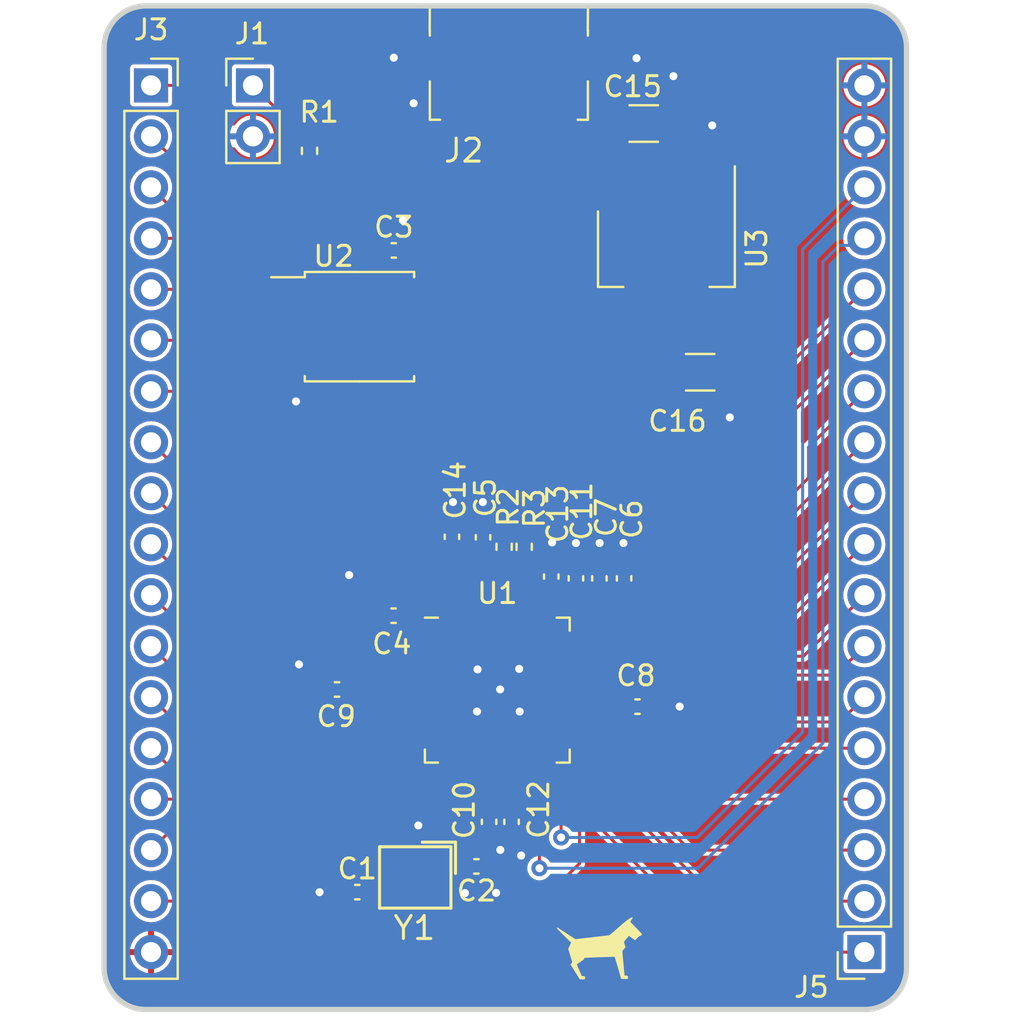
<source format=kicad_pcb>
(kicad_pcb (version 20221018) (generator pcbnew)
  (layers (0 "F.Cu" signal) (31 "B.Cu" signal) (34 "B.Paste" user) (35 "F.Paste" user) (36 "B.SilkS" user "B.Silkscreen") (37 "F.SilkS" user "F.Silkscreen") (38 "B.Mask" user) (39 "F.Mask" user) (44 "Edge.Cuts" user))
  (net 0 "")
  (net 1 "GND")
  (net 2 "Net-(U1-XIN)")
  (net 3 "Net-(U1-XOUT)")
  (net 4 "+3.3V")
  (net 5 "+1V1")
  (net 6 "VBUS")
  (net 7 "Net-(J1-Pin_1)")
  (net 8 "/USB_D-")
  (net 9 "/USB_D+")
  (net 11 "/GPIO_0")
  (net 12 "/GPIO_1")
  (net 13 "/GPIO_2")
  (net 14 "/GPIO_3")
  (net 15 "/GPIO_4")
  (net 16 "/GPIO_5")
  (net 17 "/GPIO_6")
  (net 18 "/GPIO_7")
  (net 19 "/GPIO_8")
  (net 20 "/GPIO_9")
  (net 21 "/GPIO_10")
  (net 22 "/GPIO_11")
  (net 23 "/GPIO_12")
  (net 24 "/GPIO_13")
  (net 25 "/GPIO_14")
  (net 26 "/GPIO_15")
  (net 27 "/RUN")
  (net 28 "/GPIO_16")
  (net 29 "/GPIO_17")
  (net 30 "/GPIO_18")
  (net 31 "/GPIO_19")
  (net 32 "/GPIO_20")
  (net 33 "/GPIO_21")
  (net 34 "/GPIO_22")
  (net 35 "/GPIO_23")
  (net 36 "/GPIO_24")
  (net 37 "/GPIO_25")
  (net 38 "/GPIO_26_ADC0")
  (net 39 "/GPIO_26_ADC1")
  (net 40 "/GPIO_26_ADC2")
  (net 41 "/GPIO_26_ADC3")
  (net 42 "/SWCLK")
  (net 43 "/SWD")
  (net 44 "/QSPI_SS")
  (net 45 "Net-(U1-USB_DP)")
  (net 46 "Net-(U1-USB_DM)")
  (net 47 "/QSPI_SD3")
  (net 48 "/QSPI_SCLK")
  (net 49 "/QSPI_SD0")
  (net 50 "/QSPI_SD2")
  (net 51 "/QSPI_SD1")
  (footprint "Capacitor_SMD:C_0402_1005Metric" (layer "F.Cu") (at 111.88 83.37)
    (fp_text reference "C1")
    (fp_text value "12pf")
  )
  (footprint "Capacitor_SMD:C_1206_3216Metric" (layer "F.Cu") (at 128.975 57.47)
    (fp_text reference "C16")
    (fp_text value "10uf")
  )
  (footprint "Resistor_SMD:R_0402_1005Metric" (layer "F.Cu") (at 119.2 66.165 -90)
    (fp_text reference "R2")
    (fp_text value "27r")
  )
  (footprint "Connector_PinSocket_2.54mm:PinSocket_1x18_P2.54mm_Vertical" (layer "F.Cu") (at 101.6 43.18)
    (fp_text reference "J3")
    (fp_text value "Conn_01x18_Socket")
  )
  (footprint "Capacitor_SMD:C_0402_1005Metric" (layer "F.Cu") (at 122.78 67.74 90)
    (fp_text reference "C11")
    (fp_text value "1uf")
  )
  (footprint "Resistor_SMD:R_0402_1005Metric" (layer "F.Cu") (at 109.5 46.44 -90)
    (fp_text reference "R1")
    (fp_text value "1k")
  )
  (footprint "Package_DFN_QFN:QFN-56-1EP_7x7mm_P0.4mm_EP3.2x3.2mm" (layer "F.Cu") (at 118.86 73.3075)
    (fp_text reference "U1")
    (fp_text value "RP2040")
  )
  (footprint "Connector_PinHeader_2.54mm:PinHeader_1x02_P2.54mm_Vertical" (layer "F.Cu") (at 106.68 43.18)
    (fp_text reference "J1")
    (fp_text value "Conn_01x02_Pin")
  )
  (footprint "Capacitor_SMD:C_0402_1005Metric" (layer "F.Cu") (at 121.55 67.65 90)
    (fp_text reference "C13")
    (fp_text value "1uf")
  )
  (footprint "Capacitor_SMD:C_0402_1005Metric" (layer "F.Cu") (at 125.85 74.13)
    (fp_text reference "C8")
    (fp_text value "100nf")
  )
  (footprint "Capacitor_SMD:C_0402_1005Metric" (layer "F.Cu") (at 117.82 82.09 180)
    (fp_text reference "C2")
    (fp_text value "12pf")
  )
  (footprint "Capacitor_SMD:C_0402_1005Metric" (layer "F.Cu") (at 116.6 65.67 90)
    (fp_text reference "C14")
    (fp_text value "100nf")
  )
  (footprint "Resistor_SMD:R_0402_1005Metric" (layer "F.Cu") (at 120.2 66.165 90)
    (fp_text reference "R3")
    (fp_text value "27r")
  )
  (footprint "Capacitor_SMD:C_0402_1005Metric" (layer "F.Cu") (at 113.7 51.4)
    (fp_text reference "C3")
    (fp_text value "100nf")
  )
  (footprint "Capacitor_SMD:C_0402_1005Metric" (layer "F.Cu") (at 118.15 65.695 90)
    (fp_text reference "C5")
    (fp_text value "100nf")
  )
  (footprint "cdog:Xstal_2520_4P_XYDBPCNANF-12MHZ" (layer "F.Cu") (at 114.77 82.64 180)
    (fp_text reference "Y1")
    (fp_text value "XYDBPCNANF-12MHZ" hide)
  )
  (footprint "Package_SO:SOIC-8_5.23x5.23mm_P1.27mm" (layer "F.Cu") (at 111.99 55.2)
    (fp_text reference "U2")
    (fp_text value "W25Q128JVS")
  )
  (footprint "Capacitor_SMD:C_0402_1005Metric" (layer "F.Cu") (at 113.69 69.6 180)
    (fp_text reference "C4")
    (fp_text value "100nf")
  )
  (footprint "Capacitor_SMD:C_0402_1005Metric" (layer "F.Cu") (at 125.18 67.74 90)
    (fp_text reference "C6")
    (fp_text value "100nf")
  )
  (footprint "Capacitor_SMD:C_0402_1005Metric" (layer "F.Cu") (at 110.87 73.275 180)
    (fp_text reference "C9")
    (fp_text value "100nf")
  )
  (footprint "cdog:Test_MICRO-USB-SMD_47346-0001" (layer "F.Cu") (at 119.455 43.17 180)
    (fp_text reference "J2")
    (fp_text value "USB_B_Micro" hide)
  )
  (footprint "Capacitor_SMD:C_1206_3216Metric" (layer "F.Cu") (at 126.16 45.08)
    (fp_text reference "C15")
    (fp_text value "10uf")
  )
  (footprint "Capacitor_SMD:C_0402_1005Metric" (layer "F.Cu") (at 118.45 79.87 -90)
    (fp_text reference "C10")
    (fp_text value "100nf")
  )
  (footprint "Connector_PinSocket_2.54mm:PinSocket_1x18_P2.54mm_Vertical" (layer "F.Cu") (at 137.16 86.36 180)
    (fp_text reference "J5")
    (fp_text value "Conn_01x18_Socket")
  )
  (footprint "Capacitor_SMD:C_0402_1005Metric" (layer "F.Cu") (at 123.95 67.74 90)
    (fp_text reference "C7")
    (fp_text value "100nf")
  )
  (footprint "Package_TO_SOT_SMD:SOT-223" (layer "F.Cu") (at 127.29 51.31 -90)
    (fp_text reference "U3")
    (fp_text value "NCP1117ST33T3G1")
  )
  (footprint "Capacitor_SMD:C_0402_1005Metric" (layer "F.Cu") (at 119.57 79.87 -90)
    (fp_text reference "C12")
    (fp_text value "100nf")
  )
  (gr_poly (pts (xy 125.58563 84.642033) (xy 125.585899 84.642689) (xy 125.585989 84.643587) (xy 125.585903 84.644721) (xy 125.585646 84.646085) (xy 125.585221 84.647672) (xy 125.58388 84.651493) (xy 125.581911 84.656131) (xy 125.579342 84.661538) (xy 125.576203 84.667662) (xy 125.572524 84.674453) (xy 125.568334 84.681861) (xy 125.563662 84.689835) (xy 125.558537 84.698325) (xy 125.552989 84.70728) (xy 125.547047 84.71665) (xy 125.540741 84.726385) (xy 125.5341 84.736434) (xy 125.527153 84.746746) (xy 125.458369 84.847859) (xy 125.758336 85.158566) (xy 125.874746 85.279863) (xy 125.969974 85.380478) (xy 126.034198 85.449931) (xy 126.051614 85.469696) (xy 126.057595 85.47774) (xy 126.05747 85.478254) (xy 126.057099 85.478892) (xy 126.056489 85.47965) (xy 126.055646 85.480525) (xy 126.053285 85.48261) (xy 126.050068 85.485117) (xy 126.046043 85.488015) (xy 126.041262 85.491276) (xy 126.035775 85.494868) (xy 126.029631 85.498761) (xy 126.015578 85.507334) (xy 125.999503 85.516753) (xy 125.981809 85.526779) (xy 125.962899 85.537171) (xy 125.949883 85.544342) (xy 125.93757 85.551382) (xy 125.925897 85.558343) (xy 125.914797 85.565278) (xy 125.904204 85.572238) (xy 125.894053 85.579278) (xy 125.884278 85.586448) (xy 125.874813 85.593803) (xy 125.865593 85.601394) (xy 125.856552 85.609275) (xy 125.847625 85.617497) (xy 125.838745 85.626113) (xy 125.829847 85.635176) (xy 125.820865 85.644739) (xy 125.811734 85.654854) (xy 125.802388 85.665574) (xy 125.788899 85.681133) (xy 125.776072 85.695641) (xy 125.764203 85.708782) (xy 125.753591 85.720238) (xy 125.744535 85.72969) (xy 125.737332 85.736821) (xy 125.73228 85.741314) (xy 125.730654 85.742472) (xy 125.729677 85.742851) (xy 125.728287 85.742282) (xy 125.725439 85.740614) (xy 125.715683 85.734206) (xy 125.701039 85.724078) (xy 125.682136 85.710682) (xy 125.659604 85.694469) (xy 125.63407 85.67589) (xy 125.576519 85.633444) (xy 125.54676 85.611581) (xy 125.518528 85.591323) (xy 125.492476 85.573104) (xy 125.469255 85.557358) (xy 125.449517 85.54452) (xy 125.433912 85.535023) (xy 125.423093 85.529301) (xy 125.419681 85.527992) (xy 125.41771 85.527789) (xy 125.415839 85.529141) (xy 125.412699 85.532022) (xy 125.408363 85.536355) (xy 125.402905 85.542061) (xy 125.388911 85.557279) (xy 125.371298 85.57705) (xy 125.350648 85.600749) (xy 125.327543 85.627749) (xy 125.302565 85.657424) (xy 125.276296 85.689149) (xy 125.146732 85.846937) (xy 125.188855 85.977552) (xy 125.230968 86.108175) (xy 125.151028 86.204474) (xy 125.071076 86.300819) (xy 125.123628 86.884132) (xy 125.162282 87.307179) (xy 125.18143 87.505182) (xy 125.186696 87.542973) (xy 125.259884 87.546004) (xy 125.275393 87.546698) (xy 125.289273 87.547687) (xy 125.301597 87.549044) (xy 125.31244 87.550836) (xy 125.317331 87.551918) (xy 125.321879 87.553136) (xy 125.326094 87.554497) (xy 125.329986 87.556011) (xy 125.333565 87.557687) (xy 125.336838 87.559533) (xy 125.339817 87.561557) (xy 125.34251 87.56377) (xy 125.344926 87.566179) (xy 125.347076 87.568794) (xy 125.348967 87.571622) (xy 125.35061 87.574673) (xy 125.352015 87.577956) (xy 125.353189 87.581479) (xy 125.354144 87.585251) (xy 125.354888 87.58928) (xy 125.35543 87.593576) (xy 125.35578 87.598147) (xy 125.35594 87.60815) (xy 125.355445 87.619358) (xy 125.354369 87.631841) (xy 125.349194 87.681704) (xy 125.199585 87.677164) (xy 125.049971 87.672625) (xy 124.891982 87.125069) (xy 124.829619 86.912096) (xy 124.776613 86.736976) (xy 124.738571 86.617833) (xy 124.726914 86.584916) (xy 124.7211 86.57279) (xy 124.50015 86.577521) (xy 124.017958 86.593299) (xy 123.516646 86.61169) (xy 123.238334 86.624262) (xy 123.218703 86.625955) (xy 123.210711 86.626817) (xy 123.203814 86.627776) (xy 123.19792 86.628897) (xy 123.192939 86.630245) (xy 123.190762 86.631025) (xy 123.18878 86.631885) (xy 123.18698 86.632835) (xy 123.185352 86.633882) (xy 123.183883 86.635035) (xy 123.182563 86.636301) (xy 123.181381 86.637689) (xy 123.180324 86.639207) (xy 123.179382 86.640862) (xy 123.178543 86.642664) (xy 123.177796 86.644619) (xy 123.177129 86.646737) (xy 123.175991 86.651493) (xy 123.175039 86.656994) (xy 123.173326 86.670497) (xy 123.172375 86.677532) (xy 123.171782 86.680841) (xy 123.171072 86.684043) (xy 123.170217 86.687164) (xy 123.169188 86.690228) (xy 123.167956 86.69326) (xy 123.166492 86.696286) (xy 123.164768 86.699329) (xy 123.162755 86.702414) (xy 123.160425 86.705567) (xy 123.157748 86.708812) (xy 123.154696 86.712174) (xy 123.151241 86.715677) (xy 123.147354 86.719347) (xy 123.143005 86.723209) (xy 123.138166 86.727286) (xy 123.13281 86.731605) (xy 123.126906 86.736189) (xy 123.120426 86.741064) (xy 123.113341 86.746254) (xy 123.105624 86.751784) (xy 123.088174 86.763964) (xy 123.067848 86.777801) (xy 123.044415 86.793496) (xy 122.98731 86.831247) (xy 122.857903 86.916848) (xy 122.817434 86.943919) (xy 122.801261 86.955087) (xy 122.801418 86.957212) (xy 122.802871 86.962347) (xy 122.809408 86.981023) (xy 122.820368 87.009872) (xy 122.835246 87.047648) (xy 122.874731 87.145003) (xy 122.923823 87.26313) (xy 123.051208 87.566605) (xy 123.108534 87.571145) (xy 123.144115 87.574266) (xy 123.158601 87.575843) (xy 123.171067 87.577559) (xy 123.181653 87.57951) (xy 123.190498 87.581793) (xy 123.19431 87.583089) (xy 123.197739 87.584504) (xy 123.200802 87.586049) (xy 123.203515 87.587737) (xy 123.205897 87.58958) (xy 123.207965 87.59159) (xy 123.209736 87.593779) (xy 123.211227 87.596159) (xy 123.212456 87.598741) (xy 123.21344 87.601539) (xy 123.214196 87.604563) (xy 123.214742 87.607826) (xy 123.215272 87.615117) (xy 123.215167 87.623508) (xy 123.214568 87.633094) (xy 123.213612 87.643973) (xy 123.208463 87.698375) (xy 123.096004 87.698344) (xy 122.983544 87.698303) (xy 122.757048 87.335648) (xy 122.757125 87.33511) (xy 122.530629 86.972453) (xy 122.577932 86.927065) (xy 122.625239 86.881647) (xy 122.520197 86.540448) (xy 122.415157 86.199213) (xy 122.488759 86.049349) (xy 122.517359 85.990458) (xy 122.54082 85.940886) (xy 122.556718 85.905841) (xy 122.561075 85.895396) (xy 122.562631 85.890537) (xy 122.560763 85.887769) (xy 122.555219 85.881394) (xy 122.533854 85.858583) (xy 122.500039 85.823628) (xy 122.455276 85.778053) (xy 122.338908 85.661141) (xy 122.196761 85.520038) (xy 122.055527 85.379363) (xy 121.941638 85.263634) (xy 121.866722 85.18483) (xy 121.847511 85.163018) (xy 121.843104 85.157165) (xy 121.842405 85.154931) (xy 121.843583 85.155038) (xy 121.845886 85.15591) (xy 121.853748 85.159869) (xy 121.881688 85.176114) (xy 121.924373 85.20245) (xy 121.979949 85.237658) (xy 122.122365 85.329819) (xy 122.294111 85.442854) (xy 122.466886 85.556099) (xy 122.612102 85.648941) (xy 122.714509 85.711794) (xy 122.744894 85.728979) (xy 122.754048 85.733486) (xy 122.758859 85.735071) (xy 123.597286 85.639588) (xy 124.45325 85.537313) (xy 124.457794 85.534873) (xy 124.466441 85.528798) (xy 124.495147 85.506493) (xy 124.537567 85.471897) (xy 124.591899 85.426511) (xy 124.656345 85.371835) (xy 124.729103 85.309368) (xy 124.808371 85.240612) (xy 124.892351 85.167067) (xy 125.104961 84.9815) (xy 125.185513 84.912763) (xy 125.252581 84.857056) (xy 125.308928 84.812126) (xy 125.357315 84.775721) (xy 125.400505 84.74559) (xy 125.441262 84.719482) (xy 125.468238 84.70313) (xy 125.493828 84.68803) (xy 125.517442 84.674502) (xy 125.538488 84.662866) (xy 125.556375 84.653441) (xy 125.570513 84.646546) (xy 125.580311 84.642501) (xy 125.583398 84.641648) (xy 125.585178 84.641626)) (stroke (width 0.0423)) (fill solid) (layer "F.SilkS"))
  (gr_poly (pts (xy 137.283876 39.222713) (xy 137.389677 39.230758) (xy 137.493939 39.244007) (xy 137.596532 39.262328) (xy 137.697325 39.285591) (xy 137.796187 39.313664) (xy 137.892987 39.346418) (xy 137.987595 39.38372) (xy 138.079879 39.425441) (xy 138.169708 39.471449) (xy 138.256952 39.521613) (xy 138.341479 39.575802) (xy 138.423159 39.633886) (xy 138.501861 39.695734) (xy 138.577453 39.761214) (xy 138.649806 39.830196) (xy 138.718788 39.902549) (xy 138.784268 39.978142) (xy 138.846116 40.056843) (xy 138.9042 40.138524) (xy 138.958389 40.223051) (xy 139.008553 40.310295) (xy 139.054561 40.400124) (xy 139.096281 40.492408) (xy 139.133584 40.587015) (xy 139.166338 40.683816) (xy 139.194411 40.782678) (xy 139.217674 40.883471) (xy 139.235995 40.986064) (xy 139.249244 41.090327) (xy 139.257289 41.196128) (xy 139.26 41.303336) (xy 139.26 87.136662) (xy 139.257289 87.243871) (xy 139.249244 87.349672) (xy 139.235995 87.453934) (xy 139.217674 87.556528) (xy 139.194411 87.657321) (xy 139.166338 87.756183) (xy 139.133584 87.852984) (xy 139.096281 87.947591) (xy 139.054561 88.039875) (xy 139.008553 88.129705) (xy 138.958389 88.216949) (xy 138.9042 88.301476) (xy 138.846116 88.383156) (xy 138.784268 88.461858) (xy 138.718788 88.537451) (xy 138.649806 88.609804) (xy 138.577453 88.678786) (xy 138.501861 88.744266) (xy 138.423159 88.806114) (xy 138.341479 88.864198) (xy 138.256952 88.918387) (xy 138.169708 88.968551) (xy 138.079879 89.014559) (xy 137.987595 89.05628) (xy 137.892987 89.093582) (xy 137.796187 89.126336) (xy 137.697325 89.154409) (xy 137.596532 89.177672) (xy 137.493939 89.195994) (xy 137.389677 89.209242) (xy 137.283876 89.217287) (xy 137.176668 89.219998) (xy 101.343334 89.219998) (xy 101.236126 89.217287) (xy 101.130325 89.209242) (xy 101.026062 89.195994) (xy 100.923469 89.177672) (xy 100.822676 89.154409) (xy 100.723814 89.126336) (xy 100.627013 89.093582) (xy 100.532406 89.05628) (xy 100.440122 89.014559) (xy 100.350293 88.968551) (xy 100.263049 88.918387) (xy 100.178522 88.864198) (xy 100.096842 88.806114) (xy 100.01814 88.744266) (xy 99.942547 88.678786) (xy 99.870194 88.609804) (xy 99.801212 88.537451) (xy 99.735732 88.461858) (xy 99.673884 88.383156) (xy 99.6158 88.301476) (xy 99.561611 88.216949) (xy 99.511447 88.129705) (xy 99.465439 88.039875) (xy 99.423719 87.947591) (xy 99.386416 87.852984) (xy 99.353662 87.756183) (xy 99.325589 87.657321) (xy 99.302326 87.556528) (xy 99.284005 87.453934) (xy 99.270756 87.349672) (xy 99.262711 87.243871) (xy 99.26 87.136662) (xy 99.26 41.303336) (xy 99.262711 41.196128) (xy 99.270756 41.090327) (xy 99.284005 40.986064) (xy 99.302326 40.883471) (xy 99.325589 40.782678) (xy 99.353662 40.683816) (xy 99.386416 40.587015) (xy 99.423719 40.492408) (xy 99.465439 40.400124) (xy 99.511447 40.310295) (xy 99.561611 40.223051) (xy 99.6158 40.138524) (xy 99.673884 40.056843) (xy 99.735732 39.978142) (xy 99.801212 39.902549) (xy 99.870194 39.830196) (xy 99.942547 39.761214) (xy 100.01814 39.695734) (xy 100.096842 39.633886) (xy 100.178522 39.575802) (xy 100.263049 39.521613) (xy 100.350293 39.471449) (xy 100.440122 39.425441) (xy 100.532406 39.38372) (xy 100.627013 39.346418) (xy 100.723814 39.313664) (xy 100.822676 39.285591) (xy 100.923469 39.262328) (xy 101.026062 39.244007) (xy 101.130325 39.230758) (xy 101.236126 39.222713) (xy 101.343334 39.220002) (xy 137.176668 39.220002)) (stroke (width 0.264999)) (fill none) (layer "Edge.Cuts"))
  (segment (start 113.87 81.89) (end 113.82 81.89) (width 0.15) (layer "F.Cu") (net 1))
  (segment (start 113.21 69.6) (end 111.475 67.865) (width 0.3) (layer "F.Cu") (net 1))
  (segment (start 116.975 44.14) (end 114.76 44.14) (width 0.3) (layer "F.Cu") (net 1))
  (segment (start 116.975 42.369) (end 116.446 41.84) (width 0.3) (layer "F.Cu") (net 1))
  (segment (start 111.475 67.865) (end 111.475 67.575) (width 0.3) (layer "F.Cu") (net 1))
  (segment (start 118.36 82.97) (end 118.8 83.41) (width 0.3) (layer "F.Cu") (net 1))
  (segment (start 116.446 41.84) (end 113.74 41.84) (width 0.3) (layer "F.Cu") (net 1))
  (segment (start 119.57 81.07) (end 120.05 81.55) (width 0.3) (layer "F.Cu") (net 1))
  (segment (start 125.785 41.84) (end 125.8 41.825) (width 0.3) (layer "F.Cu") (net 1))
  (segment (start 127.635 45.08) (end 127.635 42.725) (width 0.3) (layer "F.Cu") (net 1))
  (segment (start 119.01 81.27) (end 118.45 80.71) (width 0.3) (layer "F.Cu") (net 1))
  (segment (start 116.6 64.75) (end 116.6 64.1) (width 0.25) (layer "F.Cu") (net 1))
  (segment (start 121.9 44.14) (end 121.9 42.404) (width 0.3) (layer "F.Cu") (net 1))
  (segment (start 122.464 41.84) (end 125.785 41.84) (width 0.3) (layer "F.Cu") (net 1))
  (segment (start 118.15 65.215) (end 118.15 64.55) (width 0.3) (layer "F.Cu") (net 1))
  (segment (start 129.59 48.16) (end 129.59 45.19) (width 0.3) (layer "F.Cu") (net 1))
  (segment (start 111.58 83.38) (end 110.005 83.38) (width 0.3) (layer "F.Cu") (net 1))
  (segment (start 118.137 44.5) (end 117.335 44.5) (width 0.3) (layer "F.Cu") (net 1))
  (segment (start 107.88 57.14) (end 107.88 57.98) (width 0.3) (layer "F.Cu") (net 1))
  (segment (start 120.277 41.84) (end 122.464 41.84) (width 0.3) (layer "F.Cu") (net 1))
  (segment (start 110.39 73.275) (end 110.225 73.275) (width 0.3) (layer "F.Cu") (net 1))
  (segment (start 121.9 42.404) (end 122.464 41.84) (width 0.3) (layer "F.Cu") (net 1))
  (segment (start 119.57 80.35) (end 119.57 81.07) (width 0.3) (layer "F.Cu") (net 1))
  (segment (start 127.635 42.725) (end 127.64 42.72) (width 0.3) (layer "F.Cu") (net 1))
  (segment (start 125.18 67.26) (end 125.18 66.01) (width 0.3) (layer "F.Cu") (net 1))
  (segment (start 122.78 67.26) (end 122.78 65.98) (width 0.3) (layer "F.Cu") (net 1))
  (segment (start 118.597 41.84) (end 120.277 41.84) (width 0.3) (layer "F.Cu") (net 1))
  (segment (start 129.59 45.19) (end 129.575 45.175) (width 0.3) (layer "F.Cu") (net 1))
  (segment (start 125.18 66.01) (end 125.15 65.98) (width 0.15) (layer "F.Cu") (net 1))
  (segment (start 117.86 76.745) (end 117.86 77.694922) (width 0.15) (layer "F.Cu") (net 1))
  (segment (start 110.225 73.275) (end 108.975 72.025) (width 0.3) (layer "F.Cu") (net 1))
  (segment (start 116.975 44.14) (end 116.975 42.369) (width 0.3) (layer "F.Cu") (net 1))
  (segment (start 117.335 44.5) (end 116.975 44.14) (width 0.3) (layer "F.Cu") (net 1))
  (segment (start 130.45 57.47) (end 130.45 59.72) (width 0.3) (layer "F.Cu") (net 1))
  (segment (start 123.95 65.99) (end 123.96 65.98) (width 0.15) (layer "F.Cu") (net 1))
  (segment (start 116.446 41.84) (end 118.597 41.84) (width 0.3) (layer "F.Cu") (net 1))
  (segment (start 118.15 63.83) (end 118.05 63.73) (width 0.25) (layer "F.Cu") (net 1))
  (segment (start 118.36 82.1) (end 118.36 82.97) (width 0.3) (layer "F.Cu") (net 1))
  (segment (start 110.005 83.38) (end 110 83.375) (width 0.3) (layer "F.Cu") (net 1))
  (segment (start 116.6 65.19) (end 116.6 64.75) (width 0.3) (layer "F.Cu") (net 1))
  (segment (start 117.22 83.39) (end 117.25 83.42) (width 0.15) (layer "F.Cu") (net 1))
  (segment (start 121.55 67.11) (end 121.55 66.23) (width 0.3) (layer "F.Cu") (net 1))
  (segment (start 118.15 64.55) (end 118.15 63.83) (width 0.25) (layer "F.Cu") (net 1))
  (segment (start 115.72 83.39) (end 115.37 83.39) (width 0.15) (layer "F.Cu") (net 1))
  (segment (start 113.74 41.84) (end 113.7 41.8) (width 0.3) (layer "F.Cu") (net 1))
  (segment (start 121.55 66.29) (end 121.58 66.26) (width 0.15) (layer "F.Cu") (net 1))
  (segment (start 115.37 83.39) (end 113.87 81.89) (width 0.15) (layer "F.Cu") (net 1))
  (segment (start 115.504922 80.05) (end 114.925 80.05) (width 0.15) (layer "F.Cu") (net 1))
  (segment (start 114.76 44.14) (end 114.69 44.07) (width 0.3) (layer "F.Cu") (net 1))
  (segment (start 117.86 77.694922) (end 115.504922 80.05) (width 0.15) (layer "F.Cu") (net 1))
  (segment (start 118.45 80.71) (end 118.45 80.35) (width 0.3) (layer "F.Cu") (net 1))
  (segment (start 126.33 74.13) (end 127.945 74.13) (width 0.3) (layer "F.Cu") (net 1))
  (segment (start 115.72 83.39) (end 117.22 83.39) (width 0.3) (layer "F.Cu") (net 1))
  (segment (start 114.18 51.4) (end 114.18 49.93) (width 0.3) (layer "F.Cu") (net 1))
  (segment (start 127.945 74.13) (end 127.95 74.125) (width 0.3) (layer "F.Cu") (net 1))
  (segment (start 114.18 49.93) (end 114.15 49.9) (width 0.3) (layer "F.Cu") (net 1))
  (segment (start 123.95 67.26) (end 123.95 65.99) (width 0.3) (layer "F.Cu") (net 1))
  (segment (start 107.88 57.98) (end 108.825 58.925) (width 0.3) (layer "F.Cu") (net 1))
  (via (at 118.8 83.41) (size 0.8) (drill 0.4) (layers "F.Cu" "B.Cu") (net 1))
  (via (at 120.05 81.55) (size 0.8) (drill 0.4) (layers "F.Cu" "B.Cu") (net 1))
  (via (at 125.15 65.98) (size 0.8) (drill 0.4) (layers "F.Cu" "B.Cu") (net 1))
  (via (at 117.875 72.275) (size 0.8) (drill 0.4) (layers "F.Cu" "B.Cu") (net 1))
  (via (at 108.975 72.025) (size 0.8) (drill 0.4) (layers "F.Cu" "B.Cu") (net 1))
  (via (at 119.01 81.27) (size 0.8) (drill 0.4) (layers "F.Cu" "B.Cu") (net 1))
  (via (at 114.15 49.9) (size 0.8) (drill 0.4) (layers "F.Cu" "B.Cu") (net 1))
  (via (at 116.65 63.94) (size 0.8) (drill 0.4) (layers "F.Cu" "B.Cu") (net 1))
  (via (at 127.64 42.72) (size 0.8) (drill 0.4) (layers "F.Cu" "B.Cu") (net 1))
  (via (at 114.925 80.05) (size 0.8) (drill 0.4) (layers "F.Cu" "B.Cu") (net 1))
  (via (at 122.78 65.98) (size 0.8) (drill 0.4) (layers "F.Cu" "B.Cu") (net 1))
  (via (at 127.95 74.125) (size 0.8) (drill 0.4) (layers "F.Cu" "B.Cu") (net 1))
  (via (at 117.85 74.375) (size 0.8) (drill 0.4) (layers "F.Cu" "B.Cu") (net 1))
  (via (at 119.975 74.375) (size 0.8) (drill 0.4) (layers "F.Cu" "B.Cu") (net 1))
  (via (at 119.95 72.25) (size 0.8) (drill 0.4) (layers "F.Cu" "B.Cu") (net 1))
  (via (at 118.14 63.94) (size 0.8) (drill 0.4) (layers "F.Cu" "B.Cu") (net 1))
  (via (at 110 83.375) (size 0.8) (drill 0.4) (layers "F.Cu" "B.Cu") (net 1))
  (via (at 130.45 59.72) (size 0.8) (drill 0.4) (layers "F.Cu" "B.Cu") (net 1))
  (via (at 119 73.275) (size 0.8) (drill 0.4) (layers "F.Cu" "B.Cu") (net 1))
  (via (at 111.475 67.575) (size 0.8) (drill 0.4) (layers "F.Cu" "B.Cu") (net 1))
  (via (at 129.575 45.175) (size 0.8) (drill 0.4) (layers "F.Cu" "B.Cu") (net 1))
  (via (at 108.825 58.925) (size 0.8) (drill 0.4) (layers "F.Cu" "B.Cu") (net 1))
  (via (at 123.96 65.98) (size 0.8) (drill 0.4) (layers "F.Cu" "B.Cu") (net 1))
  (via (at 117.25 83.42) (size 0.8) (drill 0.4) (layers "F.Cu" "B.Cu") (net 1))
  (via (at 121.59 65.95) (size 0.8) (drill 0.4) (layers "F.Cu" "B.Cu") (net 1))
  (via (at 125.8 41.825) (size 0.8) (drill 0.4) (layers "F.Cu" "B.Cu") (net 1))
  (via (at 114.69 44.07) (size 0.8) (drill 0.4) (layers "F.Cu" "B.Cu") (net 1))
  (via (at 113.7 41.8) (size 0.8) (drill 0.4) (layers "F.Cu" "B.Cu") (net 1))
  (segment (start 116.79 79.415025) (end 116.784975 79.415025) (width 0.15) (layer "F.Cu") (net 2))
  (segment (start 112.775 80.725) (end 112.36 81.14) (width 0.15) (layer "F.Cu") (net 2))
  (segment (start 112.36 81.14) (end 112.36 83.37) (width 0.15) (layer "F.Cu") (net 2))
  (segment (start 118.26 76.745) (end 118.26 77.945025) (width 0.15) (layer "F.Cu") (net 2))
  (segment (start 118.26 77.945025) (end 116.79 79.415025) (width 0.15) (layer "F.Cu") (net 2))
  (segment (start 115.475 80.725) (end 112.775 80.725) (width 0.15) (layer "F.Cu") (net 2))
  (segment (start 116.784975 79.415025) (end 115.475 80.725) (width 0.15) (layer "F.Cu") (net 2))
  (segment (start 112.38 83.39) (end 112.36 83.37) (width 0.15) (layer "F.Cu") (net 2))
  (segment (start 113.82 83.39) (end 112.38 83.39) (width 0.15) (layer "F.Cu") (net 2))
  (segment (start 117.19 81.89) (end 115.72 81.89) (width 0.15) (layer "F.Cu") (net 3))
  (segment (start 117.49 79.21) (end 117.49 82.01) (width 0.15) (layer "F.Cu") (net 3))
  (segment (start 115.8 81.81) (end 115.72 81.89) (width 0.15) (layer "F.Cu") (net 3))
  (segment (start 118.66 78.04) (end 117.49 79.21) (width 0.15) (layer "F.Cu") (net 3))
  (segment (start 117.4 82.1) (end 117.19 81.89) (width 0.15) (layer "F.Cu") (net 3))
  (segment (start 118.66 76.745) (end 118.66 78.04) (width 0.15) (layer "F.Cu") (net 3))
  (segment (start 117.49 82.01) (end 117.4 82.1) (width 0.15) (layer "F.Cu") (net 3))
  (segment (start 115.4225 74.3075) (end 112.3825 74.3075) (width 0.15) (layer "F.Cu") (net 4))
  (segment (start 119.06 76.247881) (end 118.762119 75.95) (width 0.15) (layer "F.Cu") (net 4))
  (segment (start 118.762119 75.95) (end 118.65 75.95) (width 0.15) (layer "F.Cu") (net 4))
  (segment (start 112.3825 74.3075) (end 111.35 73.275) (width 0.15) (layer "F.Cu") (net 4))
  (segment (start 119.06 76.745) (end 119.06 76.247881) (width 0.15) (layer "F.Cu") (net 4))
  (segment (start 119.46 79.28) (end 119.57 79.39) (width 0.15) (layer "F.Cu") (net 5))
  (segment (start 120.66 69.87) (end 120.66 70.815) (width 0.15) (layer "F.Cu") (net 5))
  (segment (start 119.46 76.745) (end 119.46 75.915) (width 0.15) (layer "F.Cu") (net 5))
  (segment (start 121.54 68.442881) (end 121.54 68.14) (width 0.15) (layer "F.Cu") (net 5))
  (segment (start 118.66 68.71) (end 116.6 66.65) (width 0.15) (layer "F.Cu") (net 5))
  (segment (start 119.46 76.745) (end 119.46 79.28) (width 0.15) (layer "F.Cu") (net 5))
  (segment (start 118.66 69.87) (end 118.66 70.685) (width 0.15) (layer "F.Cu") (net 5))
  (segment (start 121.54 68.442881) (end 120.635 69.347881) (width 0.15) (layer "F.Cu") (net 5))
  (segment (start 116.6 66.65) (end 116.6 66.15) (width 0.15) (layer "F.Cu") (net 5))
  (segment (start 119.46 75.915) (end 119.725 75.65) (width 0.15) (layer "F.Cu") (net 5))
  (segment (start 118.66 69.87) (end 118.66 68.71) (width 0.15) (layer "F.Cu") (net 5))
  (segment (start 120.66 70.815) (end 120.475 71) (width 0.15) (layer "F.Cu") (net 5))
  (segment (start 120.635 69.347881) (end 120.635 69.775) (width 0.15) (layer "F.Cu") (net 5))
  (segment (start 121.54 68.14) (end 121.55 68.13) (width 0.15) (layer "F.Cu") (net 5))
  (segment (start 118.66 70.685) (end 118.95 70.975) (width 0.15) (layer "F.Cu") (net 5))
  (segment (start 121.86 46.39934) (end 121.86 46.61) (width 0.3) (layer "F.Cu") (net 6))
  (segment (start 124.685 45.08) (end 124.685 45.315) (width 0.25) (layer "F.Cu") (net 6))
  (segment (start 120.737 45.27634) (end 121.86 46.39934) (width 0.3) (layer "F.Cu") (net 6))
  (segment (start 120.737 44.5) (end 120.737 45.27634) (width 0.3) (layer "F.Cu") (net 6))
  (segment (start 124.685 45.315) (end 123.5 46.5) (width 0.8) (layer "F.Cu") (net 6))
  (segment (start 109.5 45.93) (end 109.43 45.93) (width 0.15) (layer "F.Cu") (net 7))
  (segment (start 109.43 45.93) (end 106.68 43.18) (width 0.15) (layer "F.Cu") (net 7))
  (segment (start 120.012 44.51) (end 120.012 45.532) (width 0.4) (layer "F.Cu") (net 8))
  (segment (start 120.2 65.655) (end 120.2 46.025) (width 0.8) (layer "F.Cu") (net 8))
  (segment (start 120.012 45.532) (end 120.2 45.72) (width 0.4) (layer "F.Cu") (net 8))
  (segment (start 120.2 46.025) (end 120.275 45.95) (width 0.8) (layer "F.Cu") (net 8))
  (segment (start 119.2 65.655) (end 119.25 65.605) (width 0.8) (layer "F.Cu") (net 9))
  (segment (start 119.25 65.605) (end 119.25 45.95) (width 0.8) (layer "F.Cu") (net 9))
  (segment (start 119.362 45.628) (end 119.362 44.509) (width 0.4) (layer "F.Cu") (net 9))
  (segment (start 119.17 45.82) (end 119.362 45.628) (width 0.4) (layer "F.Cu") (net 9))
  (segment (start 115.26 71.1325) (end 113.845601 71.1325) (width 0.15) (layer "F.Cu") (net 11))
  (segment (start 113.845601 71.1325) (end 105.861551 63.148449) (width 0.15) (layer "F.Cu") (net 11))
  (segment (start 105.36 52.91) (end 105.358034 52.62) (width 0.15) (layer "F.Cu") (net 11))
  (segment (start 105.358034 52.62) (end 105.358034 62.644932) (width 0.15) (layer "F.Cu") (net 11))
  (segment (start 103.82 43.18) (end 101.6 43.18) (width 0.15) (layer "F.Cu") (net 11))
  (segment (start 105.861551 63.148449) (end 105.74405 63.030949) (width 0.15) (layer "F.Cu") (net 11))
  (segment (start 105.358034 62.644932) (end 105.861551 63.148449) (width 0.15) (layer "F.Cu") (net 11))
  (segment (start 105.34 49.96) (end 105.34 44.7) (width 0.15) (layer "F.Cu") (net 11))
  (segment (start 105.358034 52.62) (end 105.34 49.96) (width 0.15) (layer "F.Cu") (net 11))
  (segment (start 105.34 44.7) (end 103.82 43.18) (width 0.15) (layer "F.Cu") (net 11))
  (segment (start 113.700627 71.4825) (end 115.404975 71.4825) (width 0.15) (layer "F.Cu") (net 12))
  (segment (start 104.99 62.771873) (end 113.700627 71.4825) (width 0.15) (layer "F.Cu") (net 12))
  (segment (start 101.6 45.72) (end 104.99 49.11) (width 0.15) (layer "F.Cu") (net 12))
  (segment (start 104.99 49.11) (end 104.99 62.771873) (width 0.15) (layer "F.Cu") (net 12))
  (segment (start 104.64 51.3) (end 104.64 63) (width 0.15) (layer "F.Cu") (net 13))
  (segment (start 104.64 63) (end 113.5475 71.9075) (width 0.15) (layer "F.Cu") (net 13))
  (segment (start 113.5475 71.9075) (end 115.4225 71.9075) (width 0.15) (layer "F.Cu") (net 13))
  (segment (start 101.6 48.26) (end 104.64 51.3) (width 0.15) (layer "F.Cu") (net 13))
  (segment (start 101.6 50.8) (end 103.46 50.8) (width 0.15) (layer "F.Cu") (net 14))
  (segment (start 104.29 51.63) (end 104.29 63.144974) (width 0.15) (layer "F.Cu") (net 14))
  (segment (start 113.452526 72.3075) (end 115.4225 72.3075) (width 0.15) (layer "F.Cu") (net 14))
  (segment (start 104.29 63.144974) (end 113.452526 72.3075) (width 0.15) (layer "F.Cu") (net 14))
  (segment (start 103.46 50.8) (end 104.29 51.63) (width 0.15) (layer "F.Cu") (net 14))
  (segment (start 103.52 53.34) (end 103.94 53.76) (width 0.15) (layer "F.Cu") (net 15))
  (segment (start 113.382552 72.7325) (end 115.19 72.7325) (width 0.15) (layer "F.Cu") (net 15))
  (segment (start 103.94 63.289948) (end 113.382552 72.7325) (width 0.15) (layer "F.Cu") (net 15))
  (segment (start 103.94 53.76) (end 103.94 63.289948) (width 0.15) (layer "F.Cu") (net 15))
  (segment (start 101.6 53.34) (end 103.52 53.34) (width 0.15) (layer "F.Cu") (net 15))
  (segment (start 103.08 55.88) (end 103.54 56.34) (width 0.15) (layer "F.Cu") (net 16))
  (segment (start 113.262578 73.1075) (end 115.4225 73.1075) (width 0.15) (layer "F.Cu") (net 16))
  (segment (start 101.6 55.88) (end 103.08 55.88) (width 0.15) (layer "F.Cu") (net 16))
  (segment (start 103.54 63.384922) (end 113.262578 73.1075) (width 0.15) (layer "F.Cu") (net 16))
  (segment (start 103.54 56.34) (end 103.54 63.384922) (width 0.15) (layer "F.Cu") (net 16))
  (segment (start 103.19 58.78) (end 103.19 63.59) (width 0.15) (layer "F.Cu") (net 17))
  (segment (start 102.83 58.42) (end 103.19 58.78) (width 0.15) (layer "F.Cu") (net 17))
  (segment (start 107.49 67.89) (end 107.550103 67.89) (width 0.15) (layer "F.Cu") (net 17))
  (segment (start 103.19 63.59) (end 107.49 67.89) (width 0.15) (layer "F.Cu") (net 17))
  (segment (start 113.167603 73.5075) (end 115.4225 73.5075) (width 0.15) (layer "F.Cu") (net 17))
  (segment (start 107.550103 67.89) (end 113.167603 73.5075) (width 0.15) (layer "F.Cu") (net 17))
  (segment (start 101.6 58.42) (end 102.83 58.42) (width 0.15) (layer "F.Cu") (net 17))
  (segment (start 101.6 60.96) (end 102.84 62.2) (width 0.15) (layer "F.Cu") (net 18))
  (segment (start 102.84 62.2) (end 102.84 63.734974) (width 0.15) (layer "F.Cu") (net 18))
  (segment (start 113.012526 73.9075) (end 115.4225 73.9075) (width 0.15) (layer "F.Cu") (net 18))
  (segment (start 102.84 63.734974) (end 113.012526 73.9075) (width 0.15) (layer "F.Cu") (net 18))
  (segment (start 109.3825 74.7075) (end 104.575 69.9) (width 0.15) (layer "F.Cu") (net 19))
  (segment (start 115.4225 74.7075) (end 109.3825 74.7075) (width 0.15) (layer "F.Cu") (net 19))
  (segment (start 104.575 66.475) (end 101.6 63.5) (width 0.15) (layer "F.Cu") (net 19))
  (segment (start 104.575 69.9) (end 104.575 66.475) (width 0.15) (layer "F.Cu") (net 19))
  (segment (start 108.9575 75.1075) (end 103.825 69.975) (width 0.15) (layer "F.Cu") (net 20))
  (segment (start 115.4225 75.1075) (end 108.9575 75.1075) (width 0.15) (layer "F.Cu") (net 20))
  (segment (start 103.825 68.265) (end 101.6 66.04) (width 0.15) (layer "F.Cu") (net 20))
  (segment (start 103.825 69.975) (end 103.825 68.265) (width 0.15) (layer "F.Cu") (net 20))
  (segment (start 108.5525 75.5325) (end 115.6025 75.5325) (width 0.15) (layer "F.Cu") (net 21))
  (segment (start 101.6 68.58) (end 108.5525 75.5325) (width 0.15) (layer "F.Cu") (net 21))
  (segment (start 101.6 71.12) (end 106.3875 75.9075) (width 0.15) (layer "F.Cu") (net 22))
  (segment (start 106.3875 75.9075) (end 115.4225 75.9075) (width 0.15) (layer "F.Cu") (net 22))
  (segment (start 104.63 76.69) (end 116.285 76.69) (width 0.15) (layer "F.Cu") (net 23))
  (segment (start 101.6 73.66) (end 104.63 76.69) (width 0.15) (layer "F.Cu") (net 23))
  (segment (start 102.95 77.55) (end 116.52 77.55) (width 0.15) (layer "F.Cu") (net 24))
  (segment (start 101.6 76.2) (end 102.95 77.55) (width 0.15) (layer "F.Cu") (net 24))
  (segment (start 116.66 77.41) (end 116.66 76.745) (width 0.15) (layer "F.Cu") (net 24))
  (segment (start 116.52 77.55) (end 116.66 77.41) (width 0.15) (layer "F.Cu") (net 24))
  (segment (start 115.824974 78.74) (end 101.6 78.74) (width 0.15) (layer "F.Cu") (net 25))
  (segment (start 117.06 76.745) (end 117.06 77.504974) (width 0.15) (layer "F.Cu") (net 25))
  (segment (start 117.06 77.504974) (end 115.824974 78.74) (width 0.15) (layer "F.Cu") (net 25))
  (segment (start 115.969948 79.09) (end 117.485 77.574948) (width 0.15) (layer "F.Cu") (net 26))
  (segment (start 101.6 81.28) (end 103.79 79.09) (width 0.15) (layer "F.Cu") (net 26))
  (segment (start 103.79 79.09) (end 115.969948 79.09) (width 0.15) (layer "F.Cu") (net 26))
  (segment (start 117.485 77.574948) (end 117.485 76.64) (width 0.15) (layer "F.Cu") (net 26))
  (segment (start 102.04 84.26) (end 101.6 83.82) (width 0.15) (layer "F.Cu") (net 27))
  (segment (start 120.66 77.37) (end 122.96 79.67) (width 0.15) (layer "F.Cu") (net 27))
  (segment (start 120.42 84.48) (end 103.51 84.48) (width 0.15) (layer "F.Cu") (net 27))
  (segment (start 120.66 76.745) (end 120.66 77.37) (width 0.15) (layer "F.Cu") (net 27))
  (segment (start 103.51 84.48) (end 102.85 83.82) (width 0.15) (layer "F.Cu") (net 27))
  (segment (start 122.96 79.67) (end 122.96 81.94) (width 0.15) (layer "F.Cu") (net 27))
  (segment (start 122.96 81.94) (end 120.42 84.48) (width 0.15) (layer "F.Cu") (net 27))
  (segment (start 102.85 83.82) (end 101.6 83.82) (width 0.15) (layer "F.Cu") (net 27))
  (segment (start 121.06 77.242119) (end 130.177881 86.36) (width 0.15) (layer "F.Cu") (net 28))
  (segment (start 130.177881 86.36) (end 137.16 86.36) (width 0.15) (layer "F.Cu") (net 28))
  (segment (start 121.06 76.745) (end 121.06 77.242119) (width 0.15) (layer "F.Cu") (net 28))
  (segment (start 122.825 76.745) (end 129.9 83.82) (width 0.15) (layer "F.Cu") (net 29))
  (segment (start 121.46 76.745) (end 122.825 76.745) (width 0.15) (layer "F.Cu") (net 29))
  (segment (start 129.9 83.82) (end 137.16 83.82) (width 0.15) (layer "F.Cu") (net 29))
  (segment (start 128.46 81.28) (end 123.0875 75.9075) (width 0.15) (layer "F.Cu") (net 30))
  (segment (start 137.16 81.28) (end 128.46 81.28) (width 0.15) (layer "F.Cu") (net 30))
  (segment (start 123.0875 75.9075) (end 122.2975 75.9075) (width 0.15) (layer "F.Cu") (net 30))
  (segment (start 123.3675 75.5075) (end 126.6 78.74) (width 0.15) (layer "F.Cu") (net 31))
  (segment (start 126.6 78.74) (end 137.16 78.74) (width 0.15) (layer "F.Cu") (net 31))
  (segment (start 122.2975 75.5075) (end 123.3675 75.5075) (width 0.15) (layer "F.Cu") (net 31))
  (segment (start 137.16 76.2) (end 125.01 76.2) (width 0.15) (layer "F.Cu") (net 32))
  (segment (start 125.01 76.2) (end 123.8925 75.0825) (width 0.15) (layer "F.Cu") (net 32))
  (segment (start 123.8925 75.0825) (end 122.3225 75.0825) (width 0.15) (layer "F.Cu") (net 32))
  (segment (start 122.3225 75.0825) (end 122.2975 75.1075) (width 0.15) (layer "F.Cu") (net 32))
  (segment (start 122.2975 74.7075) (end 124.880601 74.7075) (width 0.15) (layer "F.Cu") (net 33))
  (segment (start 125.068101 74.895) (end 135.925 74.895) (width 0.15) (layer "F.Cu") (net 33))
  (segment (start 135.925 74.895) (end 137.16 73.66) (width 0.15) (layer "F.Cu") (net 33))
  (segment (start 124.880601 74.7075) (end 125.068101 74.895) (width 0.15) (layer "F.Cu") (net 33))
  (segment (start 135.72 72.56) (end 137.16 71.12) (width 0.15) (layer "F.Cu") (net 34))
  (segment (start 124.4025 73.9075) (end 125.75 72.56) (width 0.15) (layer "F.Cu") (net 34))
  (segment (start 122.2975 73.9075) (end 124.4025 73.9075) (width 0.15) (layer "F.Cu") (net 34))
  (segment (start 125.75 72.56) (end 135.72 72.56) (width 0.15) (layer "F.Cu") (net 34))
  (segment (start 124.0925 73.5075) (end 122.2975 73.5075) (width 0.15) (layer "F.Cu") (net 35))
  (segment (start 125.98 71.62) (end 124.0925 73.5075) (width 0.15) (layer "F.Cu") (net 35))
  (segment (start 137.16 68.58) (end 134.12 71.62) (width 0.15) (layer "F.Cu") (net 35))
  (segment (start 134.12 71.62) (end 125.98 71.62) (width 0.15) (layer "F.Cu") (net 35))
  (segment (start 123.795 73.1325) (end 122.16 73.1325) (width 0.15) (layer "F.Cu") (net 36))
  (segment (start 128.07 71.27) (end 125.7075 71.27) (width 0.15) (layer "F.Cu") (net 36))
  (segment (start 125.7075 71.27) (end 123.82 73.1575) (width 0.15) (layer "F.Cu") (net 36))
  (segment (start 137.16 66.04) (end 131.93 71.27) (width 0.15) (layer "F.Cu") (net 36))
  (segment (start 123.82 73.1575) (end 123.795 73.1325) (width 0.15) (layer "F.Cu") (net 36))
  (segment (start 131.93 71.27) (end 128.07 71.27) (width 0.15) (layer "F.Cu") (net 36))
  (segment (start 137.16 63.5) (end 129.77 70.89) (width 0.15) (layer "F.Cu") (net 37))
  (segment (start 125.59 70.89) (end 123.75 72.73) (width 0.15) (layer "F.Cu") (net 37))
  (segment (start 129.77 70.89) (end 128.88 70.89) (width 0.15) (layer "F.Cu") (net 37))
  (segment (start 123.75 72.73) (end 123.7475 72.7325) (width 0.15) (layer "F.Cu") (net 37))
  (segment (start 128.88 70.89) (end 125.59 70.89) (width 0.15) (layer "F.Cu") (net 37))
  (segment (start 123.7475 72.7325) (end 122.29 72.7325) (width 0.15) (layer "F.Cu") (net 37))
  (segment (start 125.445025 70.54) (end 123.652525 72.3325) (width 0.15) (layer "F.Cu") (net 38))
  (segment (start 123.652525 72.3325) (end 122.31 72.3325) (width 0.15) (layer "F.Cu") (net 38))
  (segment (start 127.58 70.54) (end 125.445025 70.54) (width 0.15) (layer "F.Cu") (net 38))
  (segment (start 137.16 60.96) (end 127.58 70.54) (width 0.15) (layer "F.Cu") (net 38))
  (segment (start 134.38 62.77) (end 134.38 61.2) (width 0.15) (layer "F.Cu") (net 39))
  (segment (start 134.38 61.2) (end 137.16 58.42) (width 0.15) (layer "F.Cu") (net 39))
  (segment (start 122.2975 71.9075) (end 123.399399 71.9075) (width 0.15) (layer "F.Cu") (net 39))
  (segment (start 125.196899 70.11) (end 127 70.11) (width 0.15) (layer "F.Cu") (net 39))
  (segment (start 123.399399 71.9075) (end 125.196899 70.11) (width 0.15) (layer "F.Cu") (net 39))
  (segment (start 134.34 62.77) (end 134.38 62.77) (width 0.15) (layer "F.Cu") (net 39))
  (segment (start 127 70.11) (end 134.34 62.77) (width 0.15) (layer "F.Cu") (net 39))
  (segment (start 133.71 62.73) (end 126.74 69.7) (width 0.15) (layer "F.Cu") (net 40))
  (segment (start 123.304424 71.5075) (end 122.2975 71.5075) (width 0.15) (layer "F.Cu") (net 40))
  (segment (start 125.111924 69.7) (end 123.304424 71.5075) (width 0.15) (layer "F.Cu") (net 40))
  (segment (start 133.72 59.32) (end 133.72 62.73) (width 0.15) (layer "F.Cu") (net 40))
  (segment (start 133.72 62.73) (end 133.71 62.73) (width 0.15) (layer "F.Cu") (net 40))
  (segment (start 137.16 55.88) (end 133.72 59.32) (width 0.15) (layer "F.Cu") (net 40))
  (segment (start 126.74 69.7) (end 125.111924 69.7) (width 0.15) (layer "F.Cu") (net 40))
  (segment (start 133.07 57.43) (end 137.16 53.34) (width 0.15) (layer "F.Cu") (net 41))
  (segment (start 122.2975 71.1075) (end 122.794619 71.1075) (width 0.15) (layer "F.Cu") (net 41))
  (segment (start 133.07 62.83) (end 133.07 57.43) (width 0.15) (layer "F.Cu") (net 41))
  (segment (start 122.794619 71.1075) (end 124.672119 69.23) (width 0.15) (layer "F.Cu") (net 41))
  (segment (start 126.67 69.23) (end 133.07 62.83) (width 0.15) (layer "F.Cu") (net 41))
  (segment (start 124.672119 69.23) (end 126.67 69.23) (width 0.15) (layer "F.Cu") (net 41))
  (segment (start 119.86 76.745) (end 119.86 78.12) (width 0.15) (layer "F.Cu") (net 42))
  (segment (start 120.96 79.22) (end 120.96 82.18) (width 0.15) (layer "F.Cu") (net 42))
  (segment (start 119.86 78.12) (end 120.96 79.22) (width 0.15) (layer "F.Cu") (net 42))
  (via (at 120.96 82.18) (size 0.8) (drill 0.4) (layers "F.Cu" "B.Cu") (net 42))
  (segment (start 128.86 82.18) (end 135.09 75.95) (width 0.15) (layer "B.Cu") (net 42))
  (segment (start 135.91 51.15) (end 136.81 51.15) (width 0.15) (layer "B.Cu") (net 42))
  (segment (start 135.09 75.95) (end 135.09 51.97) (width 0.15) (layer "B.Cu") (net 42))
  (segment (start 136.81 51.15) (end 137.16 50.8) (width 0.15) (layer "B.Cu") (net 42))
  (segment (start 135.09 51.97) (end 135.91 51.15) (width 0.15) (layer "B.Cu") (net 42))
  (segment (start 120.96 82.18) (end 128.86 82.18) (width 0.15) (layer "B.Cu") (net 42))
  (segment (start 121.93 79.32) (end 122.04 79.43) (width 0.15) (layer "F.Cu") (net 43))
  (segment (start 122.04 79.43) (end 122.04 80.65) (width 0.15) (layer "F.Cu") (net 43))
  (segment (start 120.26 77.65) (end 121.93 79.32) (width 0.15) (layer "F.Cu") (net 43))
  (segment (start 120.26 76.745) (end 120.26 77.65) (width 0.15) (layer "F.Cu") (net 43))
  (via (at 122.04 80.65) (size 0.8) (drill 0.4) (layers "F.Cu" "B.Cu") (net 43))
  (segment (start 134.08 51.34) (end 137.16 48.26) (width 0.15) (layer "B.Cu") (net 43))
  (segment (start 122.04 80.65) (end 128.83 80.65) (width 0.15) (layer "B.Cu") (net 43))
  (segment (start 128.83 80.65) (end 134.08 75.4) (width 0.15) (layer "B.Cu") (net 43))
  (segment (start 134.08 75.4) (end 134.08 51.34) (width 0.15) (layer "B.Cu") (net 43))
  (segment (start 106.51 55.043959) (end 108.258959 53.295) (width 0.15) (layer "F.Cu") (net 44))
  (segment (start 107.88 53.33) (end 107.88 48.57) (width 0.15) (layer "F.Cu") (net 44))
  (segment (start 107.88 48.57) (end 109.5 46.95) (width 0.15) (layer "F.Cu") (net 44))
  (segment (start 106.51 60.12) (end 106.51 55.043959) (width 0.15) (layer "F.Cu") (net 44))
  (segment (start 108.258959 53.295) (end 108.39 53.295) (width 0.15) (layer "F.Cu") (net 44))
  (segment (start 116.26 69.87) (end 106.51 60.12) (width 0.15) (layer "F.Cu") (net 44))
  (segment (start 107.748959 53.33) (end 107.88 53.33) (width 0.15) (layer "F.Cu") (net 44))
  (segment (start 116.26 69.87) (end 116.26 69.735) (width 0.15) (layer "F.Cu") (net 44))
  (segment (start 119.86 67.335) (end 119.2 66.675) (width 0.15) (layer "F.Cu") (net 45))
  (segment (start 119.86 69.87) (end 119.86 67.335) (width 0.15) (layer "F.Cu") (net 45))
  (segment (start 120.2 66.675) (end 120.26 66.735) (width 0.15) (layer "F.Cu") (net 46))
  (segment (start 120.26 66.735) (end 120.26 69.87) (width 0.15) (layer "F.Cu") (net 46))
  (segment (start 117.075 54.565) (end 115.59 54.565) (width 0.15) (layer "F.Cu") (net 47))
  (segment (start 117.84 58.22) (end 117.84 55.33) (width 0.15) (layer "F.Cu") (net 47))
  (segment (start 118.26 69.87) (end 118.26 68.985026) (width 0.15) (layer "F.Cu") (net 47))
  (segment (start 117.84 55.33) (end 117.075 54.565) (width 0.15) (layer "F.Cu") (net 47))
  (segment (start 115.08 54.6) (end 115.211041 54.6) (width 0.15) (layer "F.Cu") (net 47))
  (segment (start 115.8 60.26) (end 117.84 58.22) (width 0.15) (layer "F.Cu") (net 47))
  (segment (start 115.8 66.525026) (end 115.8 60.26) (width 0.15) (layer "F.Cu") (net 47))
  (segment (start 118.26 68.985026) (end 115.8 66.525026) (width 0.15) (layer "F.Cu") (net 47))
  (segment (start 117.19 58.04) (end 117.2 58.04) (width 0.15) (layer "F.Cu") (net 48))
  (segment (start 117.86 69.08) (end 115.43 66.65) (width 0.15) (layer "F.Cu") (net 48))
  (segment (start 115.87 55.87) (end 115.08 55.87) (width 0.15) (layer "F.Cu") (net 48))
  (segment (start 115.45 66.63) (end 115.45 59.78) (width 0.15) (layer "F.Cu") (net 48))
  (segment (start 115.45 59.78) (end 117.19 58.04) (width 0.15) (layer "F.Cu") (net 48))
  (segment (start 117.2 58.04) (end 117.2 56.25) (width 0.15) (layer "F.Cu") (net 48))
  (segment (start 115.43 66.65) (end 115.45 66.63) (width 0.15) (layer "F.Cu") (net 48))
  (segment (start 117.2 56.25) (end 116.785 55.835) (width 0.15) (layer "F.Cu") (net 48))
  (segment (start 116.785 55.835) (end 115.59 55.835) (width 0.15) (layer "F.Cu") (net 48))
  (segment (start 117.86 69.87) (end 117.86 69.08) (width 0.15) (layer "F.Cu") (net 48))
  (segment (start 117.46 69.182933) (end 115.08 66.802933) (width 0.15) (layer "F.Cu") (net 49))
  (segment (start 115.08 66.802933) (end 115.08 57.14) (width 0.15) (layer "F.Cu") (net 49))
  (segment (start 117.46 69.87) (end 117.46 69.182933) (width 0.15) (layer "F.Cu") (net 49))
  (segment (start 107.625 55.835) (end 108.39 55.835) (width 0.15) (layer "F.Cu") (net 50))
  (segment (start 117.06 69.87) (end 117.06 69.277907) (width 0.15) (layer "F.Cu") (net 50))
  (segment (start 117.06 69.277907) (end 107.21 59.427907) (width 0.15) (layer "F.Cu") (net 50))
  (segment (start 107.21 59.427907) (end 107.21 56.25) (width 0.15) (layer "F.Cu") (net 50))
  (segment (start 107.21 56.25) (end 107.625 55.835) (width 0.15) (layer "F.Cu") (net 50))
  (segment (start 108.258959 54.565) (end 108.39 54.565) (width 0.15) (layer "F.Cu") (net 51))
  (segment (start 116.66 69.87) (end 116.66 69.372881) (width 0.15) (layer "F.Cu") (net 51))
  (segment (start 110.15 62.89) (end 106.86 59.6) (width 0.15) (layer "F.Cu") (net 51))
  (segment (start 110.177119 62.89) (end 110.15 62.89) (width 0.15) (layer "F.Cu") (net 51))
  (segment (start 106.86 55.963959) (end 108.258959 54.565) (width 0.15) (layer "F.Cu") (net 51))
  (segment (start 106.86 59.6) (end 106.86 55.963959) (width 0.15) (layer "F.Cu") (net 51))
  (segment (start 116.66 69.372881) (end 110.177119 62.89) (width 0.15) (layer "F.Cu") (net 51))
  (zone (net 5) (net_name "+1V1") (layer "F.Cu") (priority 2) (connect_pads (clearance 0.2)) (min_thickness 0.2) (fill yes (thermal_gap 0.3) (thermal_bridge_width 0.3))
    (polygon (pts (xy 120.625 70.9) (xy 118.5 70.9) (xy 118.475 71.25) (xy 120.875 71.25) (xy 120.875 75.3) (xy 119.075 75.3) (xy 119.05 75.775) (xy 121.2 75.775) (xy 121.2 70.875) (xy 120.625 70.875)))
  )
  (zone (net 4) (net_name "+3.3V") (layer "F.Cu") (priority 1) (connect_pads (clearance 0.2)) (min_thickness 0.2) (fill yes (thermal_gap 0.3) (thermal_bridge_width 0.3))
    (polygon (pts (xy 139.45 39.075) (xy 99.2 39) (xy 99.075 89.375) (xy 139.275 89.2)))
  )
  (zone (net 6) (net_name "VBUS") (layer "F.Cu") (priority 1) (connect_pads (clearance 0.2)) (min_thickness 0.2) (fill yes (thermal_gap 0.5) (thermal_bridge_width 0.5))
    (polygon (pts (xy 125.95 44.4) (xy 124.1 44.4) (xy 124.025 45.975) (xy 121.25 46) (xy 121.25 49.25) (xy 125.825 49.25)))
  )
  (zone (net 1) (net_name "GND") (layer "B.Cu") (connect_pads (clearance 0.2)) (min_thickness 0.2) (fill yes (thermal_gap 0.3) (thermal_bridge_width 0.3))
    (polygon (pts (xy 139.5 38.925) (xy 99.2 38.95) (xy 98.8 89.325) (xy 139.325 89.1)))
  )
)
</source>
